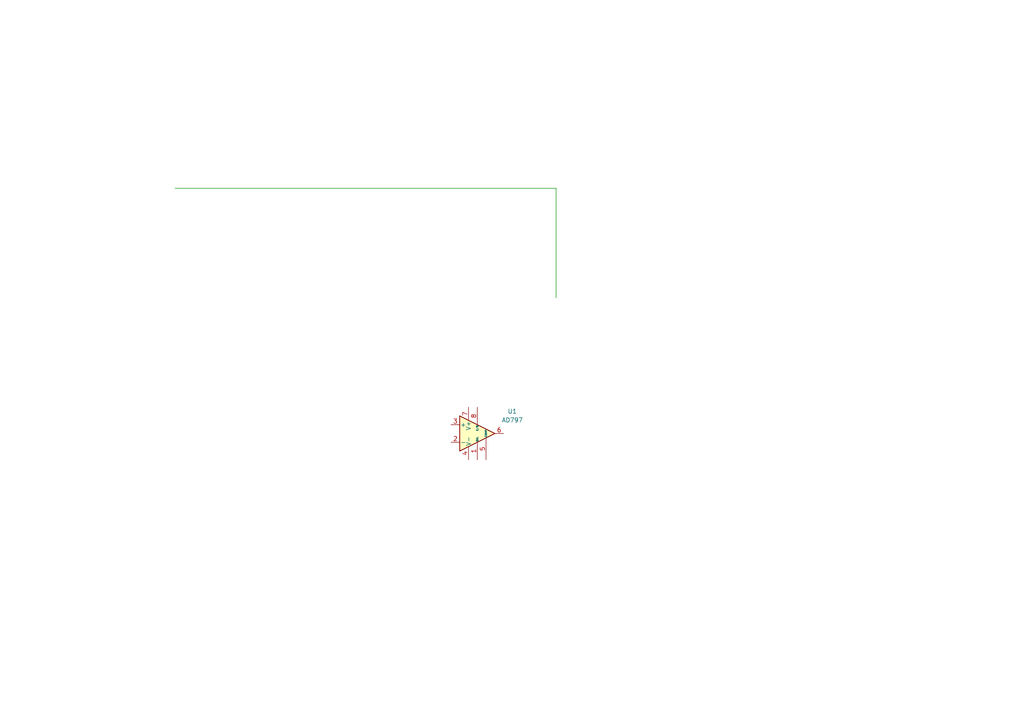
<source format=kicad_sch>
(kicad_sch
	(version 20250114)
	(generator "eeschema")
	(generator_version "9.0")
	(uuid "edac787c-3759-490a-b0c1-b3921b68d461")
	(paper "A4")
	(lib_symbols
		(symbol "Amplifier_Operational:AD797"
			(pin_names
				(offset 0.127)
			)
			(exclude_from_sim no)
			(in_bom yes)
			(on_board yes)
			(property "Reference" "U"
				(at 1.27 6.35 0)
				(effects
					(font
						(size 1.27 1.27)
					)
					(justify left)
				)
			)
			(property "Value" "AD797"
				(at 1.27 3.81 0)
				(effects
					(font
						(size 1.27 1.27)
					)
					(justify left)
				)
			)
			(property "Footprint" ""
				(at 1.27 1.27 0)
				(effects
					(font
						(size 1.27 1.27)
					)
					(hide yes)
				)
			)
			(property "Datasheet" "https://www.analog.com/media/en/technical-documentation/data-sheets/AD797.pdf"
				(at 1.27 3.81 0)
				(effects
					(font
						(size 1.27 1.27)
					)
					(hide yes)
				)
			)
			(property "Description" "Ultralow Distortion, Ultralow Noise Op Amp, DIP-8/SOIC-8"
				(at 0 0 0)
				(effects
					(font
						(size 1.27 1.27)
					)
					(hide yes)
				)
			)
			(property "ki_keywords" "single opamp"
				(at 0 0 0)
				(effects
					(font
						(size 1.27 1.27)
					)
					(hide yes)
				)
			)
			(property "ki_fp_filters" "DIP*W7.62mm* SOIC*3.9x4.9mm*P1.27mm*"
				(at 0 0 0)
				(effects
					(font
						(size 1.27 1.27)
					)
					(hide yes)
				)
			)
			(symbol "AD797_0_1"
				(polyline
					(pts
						(xy -5.08 5.08) (xy 5.08 0) (xy -5.08 -5.08) (xy -5.08 5.08)
					)
					(stroke
						(width 0.254)
						(type default)
					)
					(fill
						(type background)
					)
				)
			)
			(symbol "AD797_1_1"
				(pin input line
					(at -7.62 2.54 0)
					(length 2.54)
					(name "+"
						(effects
							(font
								(size 1.27 1.27)
							)
						)
					)
					(number "3"
						(effects
							(font
								(size 1.27 1.27)
							)
						)
					)
				)
				(pin input line
					(at -7.62 -2.54 0)
					(length 2.54)
					(name "-"
						(effects
							(font
								(size 1.27 1.27)
							)
						)
					)
					(number "2"
						(effects
							(font
								(size 1.27 1.27)
							)
						)
					)
				)
				(pin power_in line
					(at -2.54 7.62 270)
					(length 3.81)
					(name "V+"
						(effects
							(font
								(size 1.27 1.27)
							)
						)
					)
					(number "7"
						(effects
							(font
								(size 1.27 1.27)
							)
						)
					)
				)
				(pin power_in line
					(at -2.54 -7.62 90)
					(length 3.81)
					(name "V-"
						(effects
							(font
								(size 1.27 1.27)
							)
						)
					)
					(number "4"
						(effects
							(font
								(size 1.27 1.27)
							)
						)
					)
				)
				(pin input line
					(at 0 7.62 270)
					(length 5.08)
					(name "C/B"
						(effects
							(font
								(size 0.508 0.508)
							)
						)
					)
					(number "8"
						(effects
							(font
								(size 1.27 1.27)
							)
						)
					)
				)
				(pin input line
					(at 0 -7.62 90)
					(length 5.08)
					(name "BAL"
						(effects
							(font
								(size 0.508 0.508)
							)
						)
					)
					(number "1"
						(effects
							(font
								(size 1.27 1.27)
							)
						)
					)
				)
				(pin input line
					(at 2.54 -7.62 90)
					(length 6.35)
					(name "COMP"
						(effects
							(font
								(size 0.508 0.508)
							)
						)
					)
					(number "5"
						(effects
							(font
								(size 1.27 1.27)
							)
						)
					)
				)
				(pin output line
					(at 7.62 0 180)
					(length 2.54)
					(name "~"
						(effects
							(font
								(size 1.27 1.27)
							)
						)
					)
					(number "6"
						(effects
							(font
								(size 1.27 1.27)
							)
						)
					)
				)
			)
			(embedded_fonts no)
		)
	)
	(wire
		(pts
			(xy 50.8 54.61) (xy 161.29 54.61)
		)
		(stroke
			(width 0)
			(type default)
		)
		(uuid "5a2caae4-384c-4052-8755-233bc8a47902")
	)
	(wire
		(pts
			(xy 161.29 54.61) (xy 161.29 86.36)
		)
		(stroke
			(width 0)
			(type default)
		)
		(uuid "c198912c-1043-4386-8eb1-ac92af4aafc1")
	)
	(symbol
		(lib_id "Amplifier_Operational:AD797")
		(at 138.43 125.73 0)
		(unit 1)
		(exclude_from_sim no)
		(in_bom yes)
		(on_board yes)
		(dnp no)
		(fields_autoplaced yes)
		(uuid "5a369b30-a7ec-4951-8d13-e1687b5bac17")
		(property "Reference" "U1"
			(at 148.59 119.3098 0)
			(effects
				(font
					(size 1.27 1.27)
				)
			)
		)
		(property "Value" "AD797"
			(at 148.59 121.8498 0)
			(effects
				(font
					(size 1.27 1.27)
				)
			)
		)
		(property "Footprint" ""
			(at 139.7 124.46 0)
			(effects
				(font
					(size 1.27 1.27)
				)
				(hide yes)
			)
		)
		(property "Datasheet" "https://www.analog.com/media/en/technical-documentation/data-sheets/AD797.pdf"
			(at 139.7 121.92 0)
			(effects
				(font
					(size 1.27 1.27)
				)
				(hide yes)
			)
		)
		(property "Description" "Ultralow Distortion, Ultralow Noise Op Amp, DIP-8/SOIC-8"
			(at 138.43 125.73 0)
			(effects
				(font
					(size 1.27 1.27)
				)
				(hide yes)
			)
		)
		(pin "6"
			(uuid "5ecc4ef7-6a02-4f53-82bb-1c5eb02208e1")
		)
		(pin "1"
			(uuid "c2cb1b97-fbc0-4244-8403-fd73b2e43cee")
		)
		(pin "7"
			(uuid "603492d3-fd70-4e42-a148-7aeedae87c66")
		)
		(pin "3"
			(uuid "03f7a001-ac00-420b-a13c-17fe89a33843")
		)
		(pin "4"
			(uuid "606b4a97-0f3a-4517-a181-ada0d564c63a")
		)
		(pin "5"
			(uuid "ce3490b9-e6d6-4474-88a3-04b13814bdf4")
		)
		(pin "2"
			(uuid "58dc6fda-49ff-4711-bfb2-38191f09025f")
		)
		(pin "8"
			(uuid "a2c689bf-0ea3-471d-baa8-2b09ec1bcc3b")
		)
		(instances
			(project ""
				(path "/edac787c-3759-490a-b0c1-b3921b68d461"
					(reference "U1")
					(unit 1)
				)
			)
		)
	)
	(sheet_instances
		(path "/"
			(page "1")
		)
	)
	(embedded_fonts no)
)

</source>
